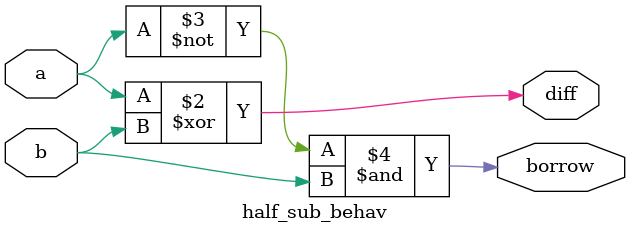
<source format=v>
`timescale 1ns / 1ps


module half_sub_behav(
    input a,
    input b,
    output reg diff,
    output reg borrow
    );
always @(*) begin
    diff= a^b;
    borrow= ~a&b;
end
endmodule

</source>
